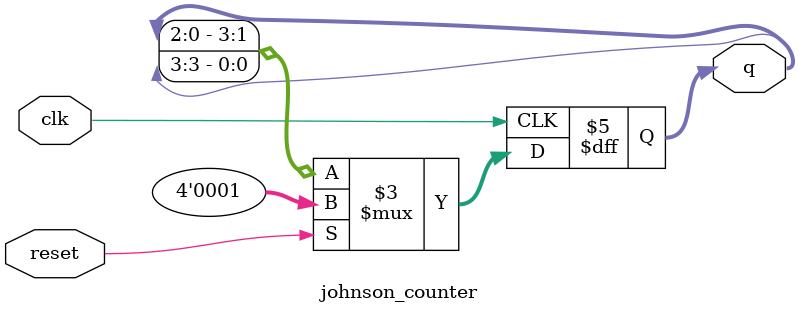
<source format=v>
`timescale 1ns / 1ps
module johnson_counter (
  input clk,
  input reset,
  output reg [3:0] q
);

always @(posedge clk) begin
  if (reset) begin
    q <= 4'b0001;
  end else begin
    q <= {q[2:0], q[3]};
  end
end

endmodule


</source>
